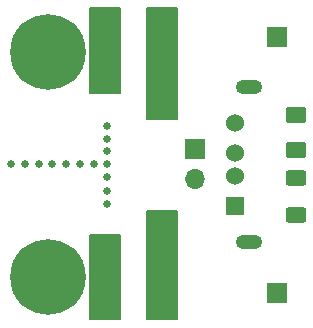
<source format=gbr>
%TF.GenerationSoftware,KiCad,Pcbnew,(7.0.0-rc1-287-ga9cb8e9a8d)*%
%TF.CreationDate,2023-01-20T15:36:01-06:00*%
%TF.ProjectId,Banana to USB Adapter,42616e61-6e61-4207-946f-205553422041,rev?*%
%TF.SameCoordinates,Original*%
%TF.FileFunction,Soldermask,Bot*%
%TF.FilePolarity,Negative*%
%FSLAX46Y46*%
G04 Gerber Fmt 4.6, Leading zero omitted, Abs format (unit mm)*
G04 Created by KiCad (PCBNEW (7.0.0-rc1-287-ga9cb8e9a8d)) date 2023-01-20 15:36:01*
%MOMM*%
%LPD*%
G01*
G04 APERTURE LIST*
G04 Aperture macros list*
%AMRoundRect*
0 Rectangle with rounded corners*
0 $1 Rounding radius*
0 $2 $3 $4 $5 $6 $7 $8 $9 X,Y pos of 4 corners*
0 Add a 4 corners polygon primitive as box body*
4,1,4,$2,$3,$4,$5,$6,$7,$8,$9,$2,$3,0*
0 Add four circle primitives for the rounded corners*
1,1,$1+$1,$2,$3*
1,1,$1+$1,$4,$5*
1,1,$1+$1,$6,$7*
1,1,$1+$1,$8,$9*
0 Add four rect primitives between the rounded corners*
20,1,$1+$1,$2,$3,$4,$5,0*
20,1,$1+$1,$4,$5,$6,$7,0*
20,1,$1+$1,$6,$7,$8,$9,0*
20,1,$1+$1,$8,$9,$2,$3,0*%
G04 Aperture macros list end*
%ADD10C,0.150000*%
%ADD11C,0.635000*%
%ADD12RoundRect,0.250000X0.625000X-0.400000X0.625000X0.400000X-0.625000X0.400000X-0.625000X-0.400000X0*%
%ADD13RoundRect,0.250001X-0.624999X0.462499X-0.624999X-0.462499X0.624999X-0.462499X0.624999X0.462499X0*%
%ADD14R,1.700000X1.700000*%
%ADD15O,1.700000X1.700000*%
%ADD16C,1.524000*%
%ADD17R,1.524000X1.524000*%
%ADD18O,2.250000X1.200000*%
%ADD19C,0.800000*%
%ADD20C,6.400000*%
G04 APERTURE END LIST*
D10*
X137007700Y-105384600D02*
X139547500Y-105384600D01*
X139547500Y-105384600D02*
X139547500Y-112547400D01*
X139547500Y-112547400D02*
X137007700Y-112547400D01*
X137007700Y-112547400D02*
X137007700Y-105384600D01*
G36*
X137007700Y-105384600D02*
G01*
X139547500Y-105384600D01*
X139547500Y-112547400D01*
X137007700Y-112547400D01*
X137007700Y-105384600D01*
G37*
X141859100Y-103403400D02*
X144398900Y-103403400D01*
X144398900Y-103403400D02*
X144398900Y-112547400D01*
X144398900Y-112547400D02*
X141859100Y-112547400D01*
X141859100Y-112547400D02*
X141859100Y-103403400D01*
G36*
X141859100Y-103403400D02*
G01*
X144398900Y-103403400D01*
X144398900Y-112547400D01*
X141859100Y-112547400D01*
X141859100Y-103403400D01*
G37*
X137033200Y-86233000D02*
X139573000Y-86233000D01*
X139573000Y-86233000D02*
X139573000Y-93395800D01*
X139573000Y-93395800D02*
X137033200Y-93395800D01*
X137033200Y-93395800D02*
X137033200Y-86233000D01*
G36*
X137033200Y-86233000D02*
G01*
X139573000Y-86233000D01*
X139573000Y-93395800D01*
X137033200Y-93395800D01*
X137033200Y-86233000D01*
G37*
X141884400Y-86233000D02*
X144424200Y-86233000D01*
X144424200Y-86233000D02*
X144424200Y-95631000D01*
X144424200Y-95631000D02*
X141884400Y-95631000D01*
X141884400Y-95631000D02*
X141884400Y-86233000D01*
G36*
X141884400Y-86233000D02*
G01*
X144424200Y-86233000D01*
X144424200Y-95631000D01*
X141884400Y-95631000D01*
X141884400Y-86233000D01*
G37*
D11*
%TO.C,REF\u002A\u002A*%
X138504392Y-98326670D03*
%TD*%
%TO.C,REF\u002A\u002A*%
X138504392Y-102807978D03*
%TD*%
%TO.C,REF\u002A\u002A*%
X138504392Y-101671502D03*
%TD*%
%TO.C,REF\u002A\u002A*%
X138504392Y-100535026D03*
%TD*%
%TO.C,REF\u002A\u002A*%
X138504392Y-97254790D03*
%TD*%
%TO.C,REF\u002A\u002A*%
X138504392Y-96182910D03*
%TD*%
%TO.C,REF\u002A\u002A*%
X138504392Y-99373150D03*
%TD*%
%TO.C,REF\u002A\u002A*%
X137342886Y-99373150D03*
%TD*%
%TO.C,REF\u002A\u002A*%
X136181380Y-99373150D03*
%TD*%
%TO.C,REF\u002A\u002A*%
X135019874Y-99373150D03*
%TD*%
%TO.C,REF\u002A\u002A*%
X133858368Y-99373150D03*
%TD*%
%TO.C,REF\u002A\u002A*%
X132696862Y-99373150D03*
%TD*%
%TO.C,REF\u002A\u002A*%
X131535356Y-99373150D03*
%TD*%
%TO.C,REF\u002A\u002A*%
X130373850Y-99373150D03*
%TD*%
D12*
%TO.C,R1*%
X154457400Y-103683400D03*
X154457400Y-100583400D03*
%TD*%
D13*
%TO.C,D1*%
X154457400Y-98247200D03*
X154457400Y-95272200D03*
%TD*%
D14*
%TO.C,J4*%
X145903249Y-98170999D03*
D15*
X145903249Y-100710999D03*
%TD*%
D14*
%TO.C,J3*%
X152882599Y-88671399D03*
%TD*%
%TO.C,J2*%
X152882599Y-110337599D03*
%TD*%
D16*
%TO.C,J1*%
X149316500Y-95930000D03*
X149316500Y-98430000D03*
X149316500Y-100430000D03*
D17*
X149316499Y-102929999D03*
D18*
X150516499Y-105999999D03*
X150516499Y-92859999D03*
%TD*%
D19*
%TO.C,H2*%
X133477000Y-87541400D03*
X135174056Y-91638456D03*
X135174056Y-88244344D03*
X135877000Y-89941400D03*
D20*
X133477000Y-89941400D03*
D19*
X133477000Y-92341400D03*
X131779944Y-88244344D03*
X131779944Y-91638456D03*
X131077000Y-89941400D03*
%TD*%
%TO.C,H1*%
X131077000Y-108991400D03*
X131779944Y-110688456D03*
X131779944Y-107294344D03*
X133477000Y-111391400D03*
D20*
X133477000Y-108991400D03*
D19*
X135877000Y-108991400D03*
X135174056Y-107294344D03*
X135174056Y-110688456D03*
X133477000Y-106591400D03*
%TD*%
M02*

</source>
